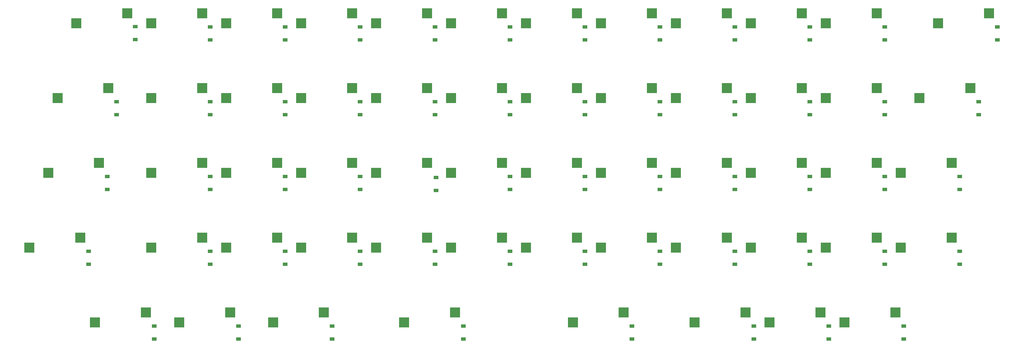
<source format=gbr>
G04 #@! TF.GenerationSoftware,KiCad,Pcbnew,5.1.10-88a1d61d58~88~ubuntu18.04.1*
G04 #@! TF.CreationDate,2021-05-12T09:01:13-05:00*
G04 #@! TF.ProjectId,keyboard,6b657962-6f61-4726-942e-6b696361645f,rev?*
G04 #@! TF.SameCoordinates,Original*
G04 #@! TF.FileFunction,Paste,Bot*
G04 #@! TF.FilePolarity,Positive*
%FSLAX46Y46*%
G04 Gerber Fmt 4.6, Leading zero omitted, Abs format (unit mm)*
G04 Created by KiCad (PCBNEW 5.1.10-88a1d61d58~88~ubuntu18.04.1) date 2021-05-12 09:01:13*
%MOMM*%
%LPD*%
G01*
G04 APERTURE LIST*
%ADD10R,1.200000X0.900000*%
%ADD11R,2.550000X2.500000*%
G04 APERTURE END LIST*
D10*
X268880000Y-31401250D03*
X268880000Y-34701250D03*
X97430000Y-31401250D03*
X97430000Y-34701250D03*
X116480000Y-31401250D03*
X116480000Y-34701250D03*
X135530000Y-31401250D03*
X135530000Y-34701250D03*
X154580000Y-31401250D03*
X154580000Y-34701250D03*
X173630000Y-31401250D03*
X173630000Y-34701250D03*
X192680000Y-31401250D03*
X192680000Y-34701250D03*
X211730000Y-31401250D03*
X211730000Y-34701250D03*
X230780000Y-31401250D03*
X230780000Y-34701250D03*
X249830000Y-31401250D03*
X249830000Y-34701250D03*
X287930000Y-88551250D03*
X287930000Y-91851250D03*
X97430000Y-69501250D03*
X97430000Y-72801250D03*
X128386250Y-107601250D03*
X128386250Y-110901250D03*
X173630000Y-88551250D03*
X173630000Y-91851250D03*
X297455000Y-31401250D03*
X297455000Y-34701250D03*
X292692500Y-50451250D03*
X292692500Y-53751250D03*
X135530000Y-88551250D03*
X135530000Y-91851250D03*
X83142500Y-107601250D03*
X83142500Y-110901250D03*
X230780000Y-88551250D03*
X230780000Y-91851250D03*
X71236250Y-69501250D03*
X71236250Y-72801250D03*
X173630000Y-69513750D03*
X173630000Y-72813750D03*
X249830000Y-88551250D03*
X249830000Y-91851250D03*
X230780000Y-69501250D03*
X230780000Y-72801250D03*
X254592500Y-107601250D03*
X254592500Y-110901250D03*
X78380000Y-31388750D03*
X78380000Y-34688750D03*
X135530000Y-50451250D03*
X135530000Y-53751250D03*
X173630000Y-50451250D03*
X173630000Y-53751250D03*
X192680000Y-69501250D03*
X192680000Y-72801250D03*
X249830000Y-69501250D03*
X249830000Y-72801250D03*
X192680000Y-50463750D03*
X192680000Y-53763750D03*
X192680000Y-88551250D03*
X192680000Y-91851250D03*
X211730000Y-50451250D03*
X211730000Y-53751250D03*
X211730000Y-88551250D03*
X211730000Y-91851250D03*
X235542500Y-107601250D03*
X235542500Y-110901250D03*
X211730000Y-69501250D03*
X211730000Y-72801250D03*
X268880000Y-69501250D03*
X268880000Y-72801250D03*
X273642500Y-107601250D03*
X273642500Y-110901250D03*
X154580000Y-50463750D03*
X154580000Y-53763750D03*
X97430000Y-50451250D03*
X97430000Y-53751250D03*
X287930000Y-69501250D03*
X287930000Y-72801250D03*
X116480000Y-69501250D03*
X116480000Y-72801250D03*
X135530000Y-69513750D03*
X135530000Y-72813750D03*
X268880000Y-50451250D03*
X268880000Y-53751250D03*
X66473750Y-88551250D03*
X66473750Y-91851250D03*
X268880000Y-88563750D03*
X268880000Y-91863750D03*
X204586250Y-107613750D03*
X204586250Y-110913750D03*
X161723750Y-107601250D03*
X161723750Y-110901250D03*
X104573750Y-107601250D03*
X104573750Y-110901250D03*
X154781250Y-69787500D03*
X154781250Y-73087500D03*
X73617500Y-50451250D03*
X73617500Y-53751250D03*
X230780000Y-50451250D03*
X230780000Y-53751250D03*
X154580000Y-88551250D03*
X154580000Y-91851250D03*
X116480000Y-50463750D03*
X116480000Y-53763750D03*
X116480000Y-88551250D03*
X116480000Y-91851250D03*
X249830000Y-50451250D03*
X249830000Y-53751250D03*
X97430000Y-88551250D03*
X97430000Y-91851250D03*
D11*
X82407500Y-87661250D03*
X95334500Y-85121250D03*
X234807500Y-49561250D03*
X247734500Y-47021250D03*
X101457500Y-87661250D03*
X114384500Y-85121250D03*
X101457500Y-49561250D03*
X114384500Y-47021250D03*
X139557500Y-87661250D03*
X152484500Y-85121250D03*
X215757500Y-49561250D03*
X228684500Y-47021250D03*
X58595000Y-49561250D03*
X71522000Y-47021250D03*
X139557500Y-68611250D03*
X152484500Y-66071250D03*
X89551250Y-106711250D03*
X102478250Y-104171250D03*
X146701250Y-106711250D03*
X159628250Y-104171250D03*
X189563750Y-106711250D03*
X202490750Y-104171250D03*
X253857500Y-87661250D03*
X266784500Y-85121250D03*
X51451250Y-87661250D03*
X64378250Y-85121250D03*
X253857500Y-49561250D03*
X266784500Y-47021250D03*
X120507500Y-68611250D03*
X133434500Y-66071250D03*
X101457500Y-68611250D03*
X114384500Y-66071250D03*
X272907500Y-68611250D03*
X285834500Y-66071250D03*
X82407500Y-49561250D03*
X95334500Y-47021250D03*
X139557500Y-49561250D03*
X152484500Y-47021250D03*
X258620000Y-106711250D03*
X271547000Y-104171250D03*
X253857500Y-68611250D03*
X266784500Y-66071250D03*
X196707500Y-68611250D03*
X209634500Y-66071250D03*
X220520000Y-106711250D03*
X233447000Y-104171250D03*
X196707500Y-87661250D03*
X209634500Y-85121250D03*
X196707500Y-49561250D03*
X209634500Y-47021250D03*
X177657500Y-87661250D03*
X190584500Y-85121250D03*
X177657500Y-49561250D03*
X190584500Y-47021250D03*
X234807500Y-68611250D03*
X247734500Y-66071250D03*
X177657500Y-68611250D03*
X190584500Y-66071250D03*
X158607500Y-49561250D03*
X171534500Y-47021250D03*
X120507500Y-49561250D03*
X133434500Y-47021250D03*
X63357500Y-30511250D03*
X76284500Y-27971250D03*
X239570000Y-106711250D03*
X252497000Y-104171250D03*
X215757500Y-68611250D03*
X228684500Y-66071250D03*
X234807500Y-87661250D03*
X247734500Y-85121250D03*
X158607500Y-68611250D03*
X171534500Y-66071250D03*
X56213750Y-68611250D03*
X69140750Y-66071250D03*
X215757500Y-87661250D03*
X228684500Y-85121250D03*
X68120000Y-106711250D03*
X81047000Y-104171250D03*
X120507500Y-87661250D03*
X133434500Y-85121250D03*
X277670000Y-49561250D03*
X290597000Y-47021250D03*
X295334500Y-27982500D03*
X282407500Y-30522500D03*
X158607500Y-87661250D03*
X171534500Y-85121250D03*
X113363750Y-106711250D03*
X126290750Y-104171250D03*
X82407500Y-68611250D03*
X95334500Y-66071250D03*
X272907500Y-87661250D03*
X285834500Y-85121250D03*
X234807500Y-30511250D03*
X247734500Y-27971250D03*
X215757500Y-30511250D03*
X228684500Y-27971250D03*
X196707500Y-30511250D03*
X209634500Y-27971250D03*
X177657500Y-30511250D03*
X190584500Y-27971250D03*
X158607500Y-30511250D03*
X171534500Y-27971250D03*
X139557500Y-30511250D03*
X152484500Y-27971250D03*
X120507500Y-30511250D03*
X133434500Y-27971250D03*
X101457500Y-30511250D03*
X114384500Y-27971250D03*
X82407500Y-30511250D03*
X95334500Y-27971250D03*
X253857500Y-30511250D03*
X266784500Y-27971250D03*
M02*

</source>
